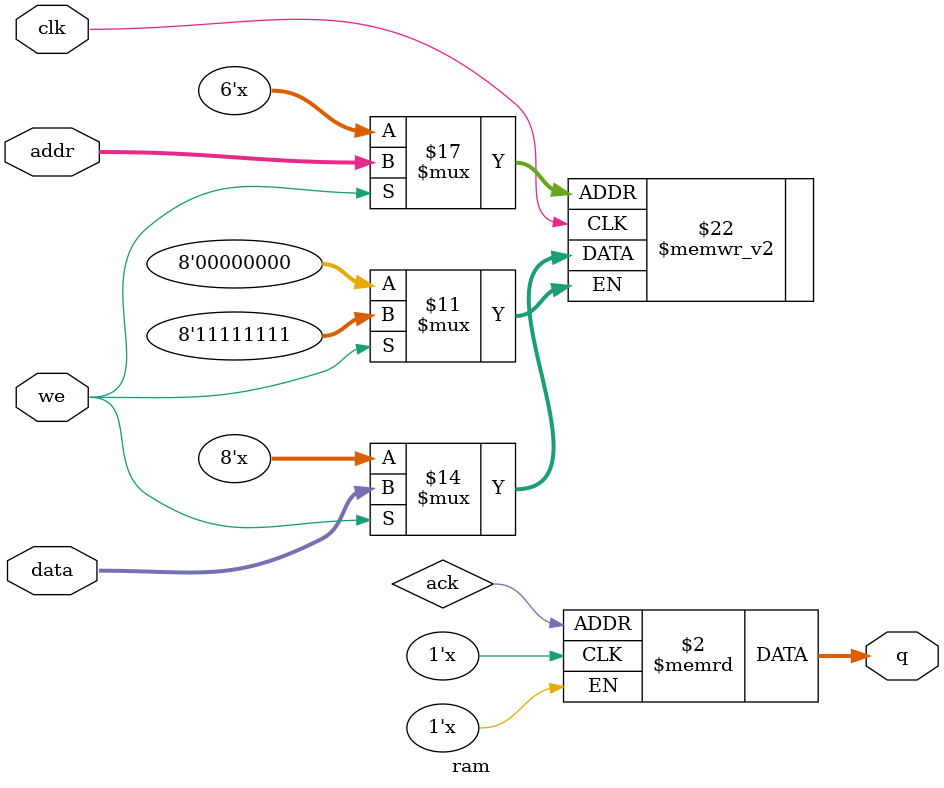
<source format=v>
module ram #(
    parameter ADDR_WIDTH=6,
    parameter DATA_WIDTH=8
) (
    input [DATA_WIDTH-1:0] data,
    input [ADDR_WIDTH-1:0] addr,
    input we, clk,
    output [7:0] q
);
reg [DATA_WIDTH-1:0] ram[2**ADDR_WIDTH-1:0];
// when we is high, write data to ram at address addr
// assign the ram value at address addr to q
assign q = ram[ack];
always @(posedge clk)
begin
 if (we)
 ram[addr] = data;
end
endmodule

</source>
